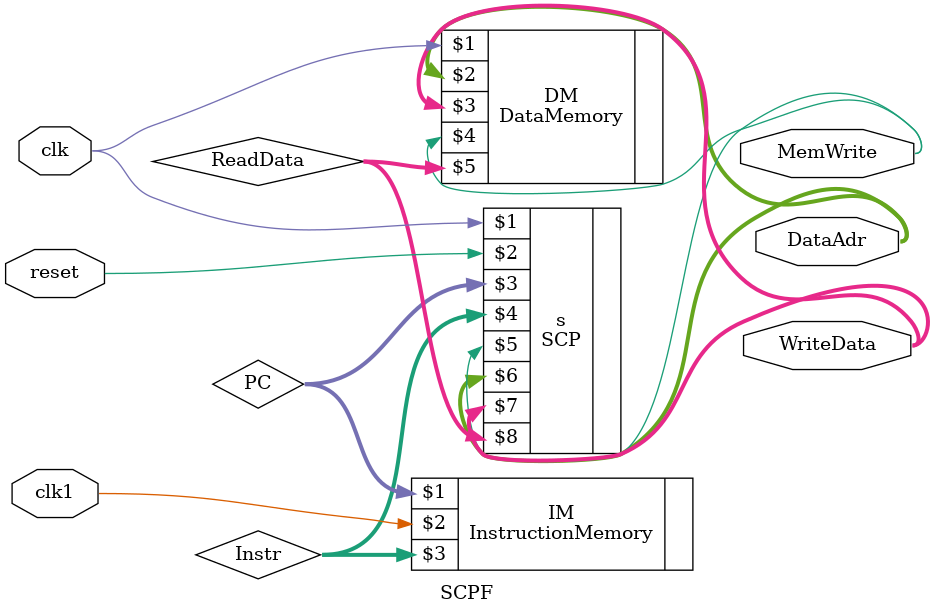
<source format=v>
module SCPF(input clk, reset, clk1,
           output [31:0] WriteData, DataAdr,
           output MemWrite);
    wire [31:0] PC, Instr, ReadData;
    
    SCP s(clk, reset, PC, Instr, MemWrite, DataAdr,  WriteData, ReadData);
    InstructionMemory IM(PC,clk1, Instr);
    DataMemory DM(clk, DataAdr, WriteData, MemWrite, ReadData);
	 
 endmodule
</source>
